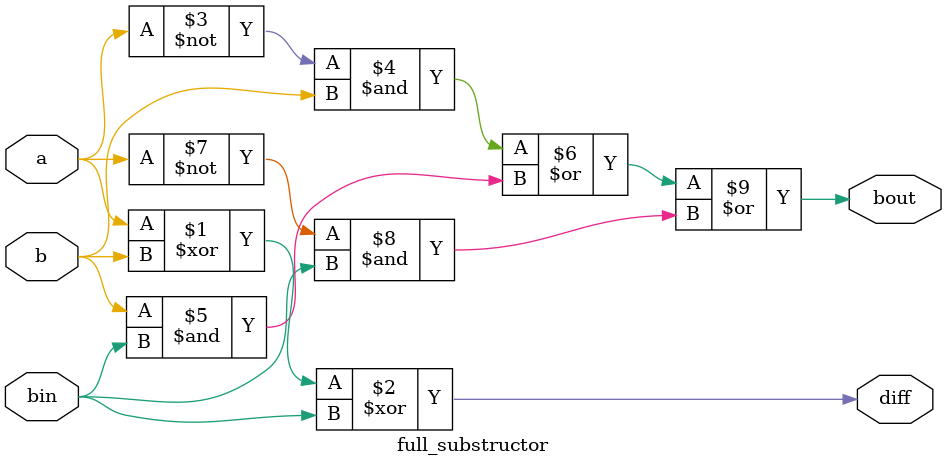
<source format=sv>
module full_substructor (
    input a,b,bin,
    output diff,bout
);
assign diff = a^b^bin;
assign bout = ~a&b | b&bin | ~a&bin;
    
endmodule
</source>
